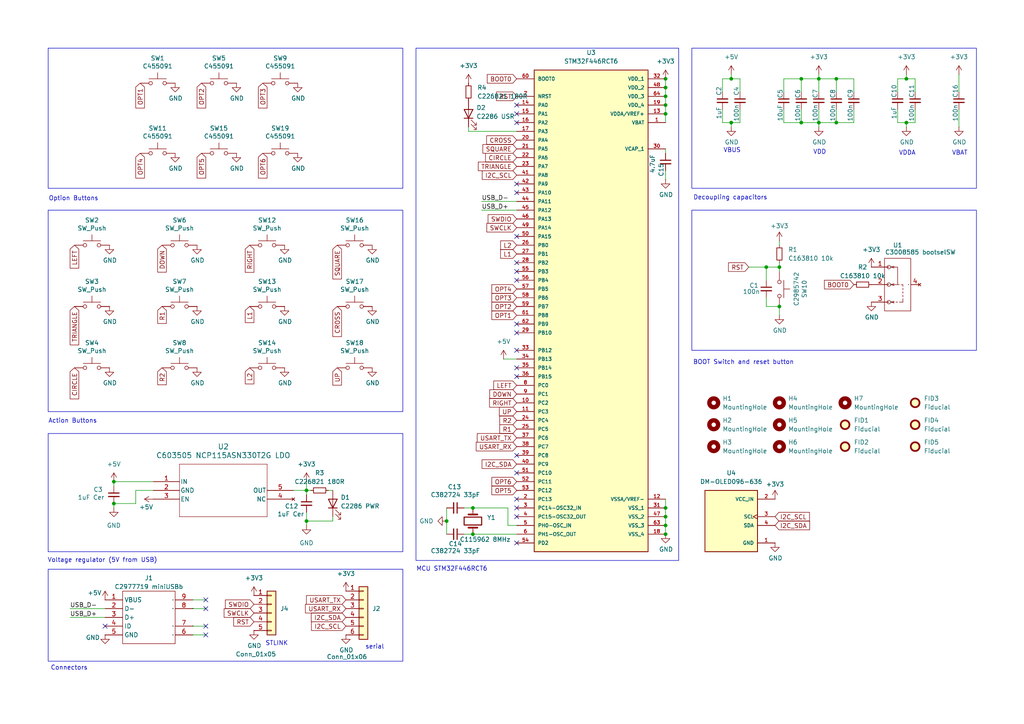
<source format=kicad_sch>
(kicad_sch (version 20231120) (generator "eeschema") (generator_version "8.0")
  (paper "A4")
  (junction (at 193.04 147.32))
  (junction (at 193.04 25.4))
  (junction (at 33.02 146.05))
  (junction (at 262.89 35.56))
  (junction (at 232.41 22.86))
  (junction (at 212.09 35.56))
  (junction (at 193.04 27.94))
  (junction (at 237.49 35.56))
  (junction (at 226.06 77.47))
  (junction (at 193.04 33.02))
  (junction (at 193.04 22.86))
  (junction (at 193.04 30.48))
  (junction (at 226.06 88.9))
  (junction (at 193.04 149.86))
  (junction (at 88.9 142.24))
  (junction (at 33.02 139.7))
  (junction (at 137.16 154.94))
  (junction (at 88.9 151.13))
  (junction (at 212.09 22.86))
  (junction (at 262.89 22.86))
  (junction (at 232.41 35.56))
  (junction (at 237.49 22.86))
  (junction (at 222.25 77.47))
  (junction (at 193.04 154.94))
  (junction (at 242.57 35.56))
  (junction (at 193.04 152.4))
  (junction (at 137.16 147.32))
  (junction (at 242.57 22.86))
  (junction (at 129.54 151.13))
  (no_connect (at 149.86 144.78))
  (no_connect (at 149.86 109.22))
  (no_connect (at 59.69 176.53))
  (no_connect (at 149.86 33.02))
  (no_connect (at 149.86 53.34))
  (no_connect (at 149.86 68.58))
  (no_connect (at 149.86 78.74))
  (no_connect (at 149.86 147.32))
  (no_connect (at 59.69 173.99))
  (no_connect (at 149.86 76.2))
  (no_connect (at 149.86 93.98))
  (no_connect (at 59.69 184.15))
  (no_connect (at 149.86 157.48))
  (no_connect (at 149.86 30.48))
  (no_connect (at 149.86 81.28))
  (no_connect (at 149.86 101.6))
  (no_connect (at 149.86 137.16))
  (no_connect (at 149.86 149.86))
  (no_connect (at 149.86 35.56))
  (no_connect (at 59.69 181.61))
  (no_connect (at 30.48 181.61))
  (no_connect (at 149.86 96.52))
  (no_connect (at 149.86 106.68))
  (no_connect (at 149.86 55.88))
  (no_connect (at 149.86 132.08))
  (wire (pts (xy 237.49 22.86) (xy 237.49 26.67)))
  (wire (pts (xy 147.32 152.4) (xy 149.86 152.4)))
  (wire (pts (xy 209.55 22.86) (xy 209.55 26.67)))
  (wire (pts (xy 237.49 31.75) (xy 237.49 35.56)))
  (wire (pts (xy 227.33 31.75) (xy 227.33 35.56)))
  (wire (pts (xy 262.89 35.56) (xy 265.43 35.56)))
  (wire (pts (xy 247.65 22.86) (xy 247.65 26.67)))
  (wire (pts (xy 193.04 44.45) (xy 193.04 43.18)))
  (wire (pts (xy 135.89 36.83) (xy 135.89 38.1)))
  (wire (pts (xy 39.37 146.05) (xy 39.37 142.24)))
  (wire (pts (xy 265.43 22.86) (xy 265.43 26.67)))
  (wire (pts (xy 139.7 60.96) (xy 149.86 60.96)))
  (wire (pts (xy 33.02 146.05) (xy 39.37 146.05)))
  (wire (pts (xy 247.65 22.86) (xy 242.57 22.86)))
  (wire (pts (xy 146.05 104.14) (xy 149.86 104.14)))
  (wire (pts (xy 262.89 22.86) (xy 265.43 22.86)))
  (wire (pts (xy 212.09 22.86) (xy 209.55 22.86)))
  (wire (pts (xy 237.49 35.56) (xy 232.41 35.56)))
  (wire (pts (xy 193.04 27.94) (xy 193.04 30.48)))
  (wire (pts (xy 212.09 21.59) (xy 212.09 22.86)))
  (wire (pts (xy 226.06 69.85) (xy 226.06 71.12)))
  (wire (pts (xy 134.62 154.94) (xy 137.16 154.94)))
  (wire (pts (xy 227.33 22.86) (xy 232.41 22.86)))
  (wire (pts (xy 278.13 21.59) (xy 278.13 26.67)))
  (wire (pts (xy 139.7 58.42) (xy 149.86 58.42)))
  (wire (pts (xy 247.65 35.56) (xy 242.57 35.56)))
  (wire (pts (xy 226.06 76.2) (xy 226.06 77.47)))
  (wire (pts (xy 265.43 31.75) (xy 265.43 35.56)))
  (wire (pts (xy 193.04 149.86) (xy 193.04 152.4)))
  (wire (pts (xy 260.35 22.86) (xy 260.35 26.67)))
  (wire (pts (xy 33.02 139.7) (xy 44.45 139.7)))
  (wire (pts (xy 226.06 78.74) (xy 226.06 77.47)))
  (wire (pts (xy 193.04 33.02) (xy 193.04 35.56)))
  (wire (pts (xy 232.41 22.86) (xy 232.41 26.67)))
  (wire (pts (xy 193.04 25.4) (xy 193.04 27.94)))
  (wire (pts (xy 193.04 147.32) (xy 193.04 149.86)))
  (wire (pts (xy 237.49 36.83) (xy 237.49 35.56)))
  (wire (pts (xy 59.69 184.15) (xy 55.88 184.15)))
  (wire (pts (xy 96.52 149.86) (xy 96.52 151.13)))
  (wire (pts (xy 214.63 22.86) (xy 212.09 22.86)))
  (wire (pts (xy 227.33 35.56) (xy 232.41 35.56)))
  (wire (pts (xy 59.69 173.99) (xy 55.88 173.99)))
  (wire (pts (xy 96.52 151.13) (xy 88.9 151.13)))
  (wire (pts (xy 147.32 147.32) (xy 147.32 152.4)))
  (wire (pts (xy 33.02 139.7) (xy 33.02 140.97)))
  (wire (pts (xy 96.52 142.24) (xy 95.25 142.24)))
  (wire (pts (xy 59.69 176.53) (xy 55.88 176.53)))
  (wire (pts (xy 227.33 22.86) (xy 227.33 26.67)))
  (wire (pts (xy 260.35 22.86) (xy 262.89 22.86)))
  (wire (pts (xy 90.17 142.24) (xy 88.9 142.24)))
  (wire (pts (xy 214.63 26.67) (xy 214.63 22.86)))
  (wire (pts (xy 33.02 147.32) (xy 33.02 146.05)))
  (wire (pts (xy 222.25 88.9) (xy 226.06 88.9)))
  (wire (pts (xy 88.9 143.51) (xy 88.9 142.24)))
  (wire (pts (xy 247.65 31.75) (xy 247.65 35.56)))
  (wire (pts (xy 129.54 147.32) (xy 129.54 151.13)))
  (wire (pts (xy 193.04 49.53) (xy 193.04 52.07)))
  (wire (pts (xy 278.13 31.75) (xy 278.13 36.83)))
  (wire (pts (xy 193.04 152.4) (xy 193.04 154.94)))
  (wire (pts (xy 260.35 35.56) (xy 262.89 35.56)))
  (wire (pts (xy 232.41 31.75) (xy 232.41 35.56)))
  (wire (pts (xy 134.62 147.32) (xy 137.16 147.32)))
  (wire (pts (xy 193.04 30.48) (xy 193.04 33.02)))
  (wire (pts (xy 193.04 22.86) (xy 193.04 25.4)))
  (wire (pts (xy 242.57 31.75) (xy 242.57 35.56)))
  (wire (pts (xy 226.06 91.44) (xy 226.06 88.9)))
  (wire (pts (xy 217.17 77.47) (xy 222.25 77.47)))
  (wire (pts (xy 88.9 142.24) (xy 88.9 139.7)))
  (wire (pts (xy 242.57 35.56) (xy 237.49 35.56)))
  (wire (pts (xy 135.89 38.1) (xy 149.86 38.1)))
  (wire (pts (xy 88.9 151.13) (xy 88.9 152.4)))
  (wire (pts (xy 260.35 31.75) (xy 260.35 35.56)))
  (wire (pts (xy 129.54 151.13) (xy 129.54 154.94)))
  (wire (pts (xy 262.89 35.56) (xy 262.89 36.83)))
  (wire (pts (xy 242.57 22.86) (xy 242.57 26.67)))
  (wire (pts (xy 137.16 154.94) (xy 149.86 154.94)))
  (wire (pts (xy 209.55 31.75) (xy 209.55 35.56)))
  (wire (pts (xy 88.9 148.59) (xy 88.9 151.13)))
  (wire (pts (xy 193.04 144.78) (xy 193.04 147.32)))
  (wire (pts (xy 222.25 77.47) (xy 226.06 77.47)))
  (wire (pts (xy 237.49 22.86) (xy 242.57 22.86)))
  (wire (pts (xy 212.09 36.83) (xy 212.09 35.56)))
  (wire (pts (xy 237.49 22.86) (xy 232.41 22.86)))
  (wire (pts (xy 59.69 181.61) (xy 55.88 181.61)))
  (wire (pts (xy 262.89 21.59) (xy 262.89 22.86)))
  (wire (pts (xy 222.25 77.47) (xy 222.25 81.28)))
  (wire (pts (xy 39.37 142.24) (xy 44.45 142.24)))
  (wire (pts (xy 20.32 179.07) (xy 30.48 179.07)))
  (wire (pts (xy 222.25 88.9) (xy 222.25 86.36)))
  (wire (pts (xy 237.49 21.59) (xy 237.49 22.86)))
  (wire (pts (xy 20.32 176.53) (xy 30.48 176.53)))
  (wire (pts (xy 88.9 142.24) (xy 85.09 142.24)))
  (wire (pts (xy 209.55 35.56) (xy 212.09 35.56)))
  (wire (pts (xy 214.63 35.56) (xy 212.09 35.56)))
  (wire (pts (xy 137.16 147.32) (xy 147.32 147.32)))
  (wire (pts (xy 214.63 31.75) (xy 214.63 35.56)))
  (rectangle (start 200.66 13.97) (end 283.21 54.61))
  (rectangle (start 13.97 165.1) (end 116.84 191.77))
  (rectangle (start 13.97 125.73) (end 116.84 160.02))
  (rectangle (start 13.97 60.96) (end 116.84 119.38))
  (rectangle (start 13.97 13.97) (end 116.84 54.61))
  (rectangle (start 120.65 13.97) (end 196.85 162.56))
  (rectangle (start 200.66 60.96) (end 283.21 101.6))
  (text "Voltage regulator (5V from USB)" (at 29.718 162.56 0) (effects (font (size 1.27 1.27))))
  (text "MCU STM32F446RCT6\n" (at 131.064 165.1 0) (effects (font (size 1.27 1.27))))
  (text "serial" (at 108.712 187.706 0) (effects (font (size 1.27 1.27))))
  (text "BOOT Switch and reset button" (at 215.646 105.156 0) (effects (font (size 1.27 1.27))))
  (text "STLINK\n" (at 80.264 186.69 0) (effects (font (size 1.27 1.27))))
  (text "Connectors\n" (at 20.066 193.802 0) (effects (font (size 1.27 1.27))))
  (text "VBAT" (at 278.384 44.45 0) (effects (font (size 1.27 1.27))))
  (text "Decoupling capacitors" (at 211.836 57.404 0) (effects (font (size 1.27 1.27))))
  (text "Option Buttons\n" (at 21.336 57.658 0) (effects (font (size 1.27 1.27))))
  (text "VBUS" (at 212.344 43.688 0) (effects (font (size 1.27 1.27))))
  (text "VDD" (at 237.744 44.196 0) (effects (font (size 1.27 1.27))))
  (text "Action Buttons" (at 21.082 122.174 0) (effects (font (size 1.27 1.27))))
  (text "VDDA" (at 263.144 44.45 0) (effects (font (size 1.27 1.27))))
  (label "USB_D-" (at 139.7 58.42 0))
  (label "USB_D+" (at 20.32 179.07 0))
  (label "UC1" (at 55.88 173.99 0) (effects (font (size 0.0254 0.0254))))
  (label "UC3" (at 55.88 181.61 0) (effects (font (size 0.0254 0.0254))))
  (label "UC4" (at 55.88 184.15 0) (effects (font (size 0.0254 0.0254))))
  (label "USB_D-" (at 20.32 176.53 0))
  (label "USB_D+" (at 139.7 60.96 0))
  (label "UC2" (at 55.88 176.53 0) (effects (font (size 0.0254 0.0254))))
  (global_label "TRIANGLE" (shape input) (at 21.59 88.9 270) (property "Intersheetrefs" "${INTERSHEET_REFS}" (effects (hide yes))))
  (global_label "CROSS" (shape input) (at 97.79 88.9 270) (property "Intersheetrefs" "${INTERSHEET_REFS}" (effects (hide yes))))
  (global_label "I2C_SCL" (shape input) (at 224.79 149.86 0) (property "Intersheetrefs" "${INTERSHEET_REFS}" (effects (hide yes))))
  (global_label "I2C_SDA" (shape input) (at 224.79 152.4 0) (property "Intersheetrefs" "${INTERSHEET_REFS}" (effects (hide yes))))
  (global_label "USART_TX" (shape input) (at 100.33 173.99 180) (property "Intersheetrefs" "${INTERSHEET_REFS}" (effects (hide yes))))
  (global_label "R2" (shape input) (at 46.99 106.68 270) (property "Intersheetrefs" "${INTERSHEET_REFS}" (effects (hide yes))))
  (global_label "TRIANGLE" (shape input) (at 149.86 48.26 180) (property "Intersheetrefs" "${INTERSHEET_REFS}" (effects (hide yes))))
  (global_label "RST" (shape input) (at 217.17 77.47 180) (property "Intersheetrefs" "${INTERSHEET_REFS}" (effects (hide yes))))
  (global_label "OPT1" (shape input) (at 149.86 91.44 180) (property "Intersheetrefs" "${INTERSHEET_REFS}" (effects (hide yes))))
  (global_label "OPT6" (shape input) (at 149.86 139.7 180) (property "Intersheetrefs" "${INTERSHEET_REFS}" (effects (hide yes))))
  (global_label "L2" (shape input) (at 72.39 106.68 270) (property "Intersheetrefs" "${INTERSHEET_REFS}" (effects (hide yes))))
  (global_label "BOOT0" (shape input) (at 247.65 82.55 180) (property "Intersheetrefs" "${INTERSHEET_REFS}" (effects (hide yes))))
  (global_label "R1" (shape input) (at 46.99 88.9 270) (property "Intersheetrefs" "${INTERSHEET_REFS}" (effects (hide yes))))
  (global_label "RST" (shape input) (at 149.86 27.94 180) (property "Intersheetrefs" "${INTERSHEET_REFS}" (effects (hide yes))))
  (global_label "RIGHT" (shape input) (at 72.39 71.12 270) (property "Intersheetrefs" "${INTERSHEET_REFS}" (effects (hide yes))))
  (global_label "SQUARE" (shape input) (at 97.79 71.12 270) (property "Intersheetrefs" "${INTERSHEET_REFS}" (effects (hide yes))))
  (global_label "OPT6" (shape input) (at 76.2 44.45 270) (property "Intersheetrefs" "${INTERSHEET_REFS}" (effects (hide yes))))
  (global_label "SQUARE" (shape input) (at 149.86 43.18 180) (property "Intersheetrefs" "${INTERSHEET_REFS}" (effects (hide yes))))
  (global_label "OPT2" (shape input) (at 58.42 24.13 270) (property "Intersheetrefs" "${INTERSHEET_REFS}" (effects (hide yes))))
  (global_label "UP" (shape input) (at 97.79 106.68 270) (property "Intersheetrefs" "${INTERSHEET_REFS}" (effects (hide yes))))
  (global_label "SWDIO" (shape input) (at 73.66 175.26 180) (property "Intersheetrefs" "${INTERSHEET_REFS}" (effects (hide yes))))
  (global_label "RIGHT" (shape input) (at 149.86 116.84 180) (property "Intersheetrefs" "${INTERSHEET_REFS}" (effects (hide yes))))
  (global_label "USART_RX" (shape input) (at 100.33 176.53 180) (property "Intersheetrefs" "${INTERSHEET_REFS}" (effects (hide yes))))
  (global_label "R1" (shape input) (at 149.86 124.46 180) (property "Intersheetrefs" "${INTERSHEET_REFS}" (effects (hide yes))))
  (global_label "OPT3" (shape input) (at 149.86 86.36 180) (property "Intersheetrefs" "${INTERSHEET_REFS}" (effects (hide yes))))
  (global_label "CIRCLE" (shape input) (at 149.86 45.72 180) (property "Intersheetrefs" "${INTERSHEET_REFS}" (effects (hide yes))))
  (global_label "USART_TX" (shape input) (at 149.86 127 180) (property "Intersheetrefs" "${INTERSHEET_REFS}" (effects (hide yes))))
  (global_label "L2" (shape input) (at 149.86 71.12 180) (property "Intersheetrefs" "${INTERSHEET_REFS}" (effects (hide yes))))
  (global_label "USART_RX" (shape input) (at 149.86 129.54 180) (property "Intersheetrefs" "${INTERSHEET_REFS}" (effects (hide yes))))
  (global_label "CROSS" (shape input) (at 149.86 40.64 180) (property "Intersheetrefs" "${INTERSHEET_REFS}" (effects (hide yes))))
  (global_label "OPT4" (shape input) (at 149.86 83.82 180) (property "Intersheetrefs" "${INTERSHEET_REFS}" (effects (hide yes))))
  (global_label "DOWN" (shape input) (at 46.99 71.12 270) (property "Intersheetrefs" "${INTERSHEET_REFS}" (effects (hide yes))))
  (global_label "I2C_SDA" (shape input) (at 100.33 179.07 180) (property "Intersheetrefs" "${INTERSHEET_REFS}" (effects (hide yes))))
  (global_label "OPT5" (shape input) (at 149.86 142.24 180) (property "Intersheetrefs" "${INTERSHEET_REFS}" (effects (hide yes))))
  (global_label "LEFT" (shape input) (at 149.86 111.76 180) (property "Intersheetrefs" "${INTERSHEET_REFS}" (effects (hide yes))))
  (global_label "DOWN" (shape input) (at 149.86 114.3 180) (property "Intersheetrefs" "${INTERSHEET_REFS}" (effects (hide yes))))
  (global_label "I2C_SCL" (shape input) (at 149.86 50.8 180) (property "Intersheetrefs" "${INTERSHEET_REFS}" (effects (hide yes))))
  (global_label "SWCLK" (shape input) (at 73.66 177.8 180) (property "Intersheetrefs" "${INTERSHEET_REFS}" (effects (hide yes))))
  (global_label "R2" (shape input) (at 149.86 121.92 180) (property "Intersheetrefs" "${INTERSHEET_REFS}" (effects (hide yes))))
  (global_label "SWDIO" (shape input) (at 149.86 63.5 180) (property "Intersheetrefs" "${INTERSHEET_REFS}" (effects (hide yes))))
  (global_label "LEFT" (shape input) (at 21.59 71.12 270) (property "Intersheetrefs" "${INTERSHEET_REFS}" (effects (hide yes))))
  (global_label "UP" (shape input) (at 149.86 119.38 180) (property "Intersheetrefs" "${INTERSHEET_REFS}" (effects (hide yes))))
  (global_label "SWCLK" (shape input) (at 149.86 66.04 180) (property "Intersheetrefs" "${INTERSHEET_REFS}" (effects (hide yes))))
  (global_label "OPT4" (shape input) (at 40.64 44.45 270) (property "Intersheetrefs" "${INTERSHEET_REFS}" (effects (hide yes))))
  (global_label "OPT5" (shape input) (at 58.42 44.45 270) (property "Intersheetrefs" "${INTERSHEET_REFS}" (effects (hide yes))))
  (global_label "L1" (shape input) (at 72.39 88.9 270) (property "Intersheetrefs" "${INTERSHEET_REFS}" (effects (hide yes))))
  (global_label "RST" (shape input) (at 73.66 180.34 180) (property "Intersheetrefs" "${INTERSHEET_REFS}" (effects (hide yes))))
  (global_label "CIRCLE" (shape input) (at 21.59 106.68 270) (property "Intersheetrefs" "${INTERSHEET_REFS}" (effects (hide yes))))
  (global_label "OPT1" (shape input) (at 40.64 24.13 270) (property "Intersheetrefs" "${INTERSHEET_REFS}" (effects (hide yes))))
  (global_label "I2C_SCL" (shape input) (at 100.33 181.61 180) (property "Intersheetrefs" "${INTERSHEET_REFS}" (effects (hide yes))))
  (global_label "OPT2" (shape input) (at 149.86 88.9 180) (property "Intersheetrefs" "${INTERSHEET_REFS}" (effects (hide yes))))
  (global_label "OPT3" (shape input) (at 76.2 24.13 270) (property "Intersheetrefs" "${INTERSHEET_REFS}" (effects (hide yes))))
  (global_label "BOOT0" (shape input) (at 149.86 22.86 180) (property "Intersheetrefs" "${INTERSHEET_REFS}" (effects (hide yes))))
  (global_label "I2C_SDA" (shape input) (at 149.86 134.62 180) (property "Intersheetrefs" "${INTERSHEET_REFS}" (effects (hide yes))))
  (global_label "L1" (shape input) (at 149.86 73.66 180) (property "Intersheetrefs" "${INTERSHEET_REFS}" (effects (hide yes))))
  (symbol (lib_id "Switch:SW_Push") (at 45.72 24.13 0) (unit 1)
    (property "Reference" "SW1" (at 45.72 16.891 0))
    (property "Value" "C455091" (at 45.72 19.2024 0))
    (property "Footprint" "Button_Switch_THT:SW_PUSH_6mm_H5mm" (effects (hide yes)))
  )
  (symbol (lib_id "Switch:SW_Push") (at 63.5 24.13 0) (unit 1)
    (property "Reference" "SW5" (at 63.5 16.891 0))
    (property "Value" "C455091" (at 63.5 19.2024 0))
    (property "Footprint" "Button_Switch_THT:SW_PUSH_6mm_H5mm" (effects (hide yes)))
  )
  (symbol (lib_id "Switch:SW_Push") (at 81.28 24.13 0) (unit 1)
    (property "Reference" "SW9" (at 81.28 16.891 0))
    (property "Value" "C455091" (at 81.28 19.2024 0))
    (property "Footprint" "Button_Switch_THT:SW_PUSH_6mm_H5mm" (effects (hide yes)))
  )
  (symbol (lib_id "Switch:SW_Push") (at 45.72 44.45 0) (unit 1)
    (property "Reference" "SW11" (at 45.72 37.211 0))
    (property "Value" "C455091" (at 45.72 39.5224 0))
    (property "Footprint" "Button_Switch_THT:SW_PUSH_6mm_H5mm" (effects (hide yes)))
  )
  (symbol (lib_id "Switch:SW_Push") (at 63.5 44.45 0) (unit 1)
    (property "Reference" "SW15" (at 63.5 37.211 0))
    (property "Value" "C455091" (at 63.5 39.5224 0))
    (property "Footprint" "Button_Switch_THT:SW_PUSH_6mm_H5mm" (effects (hide yes)))
  )
  (symbol (lib_id "Switch:SW_Push") (at 81.28 44.45 0) (unit 1)
    (property "Reference" "SW19" (at 81.28 37.211 0))
    (property "Value" "C455091" (at 81.28 39.5224 0))
    (property "Footprint" "Button_Switch_THT:SW_PUSH_6mm_H5mm" (effects (hide yes)))
  )
  (symbol (lib_id "power:GND") (at 50.8 24.13 0) (unit 1)
    (property "Reference" "#PWR01" (effects (hide yes)))
    (property "Value" "GND" (at 50.927 28.5242 0))
    (property "Description" "Power symbol creates a global label with name \"GND\" , ground" (effects (hide yes)))
  )
  (symbol (lib_id "power:GND") (at 68.58 24.13 0) (unit 1)
    (property "Reference" "#PWR05" (effects (hide yes)))
    (property "Value" "GND" (at 68.707 28.5242 0))
    (property "Description" "Power symbol creates a global label with name \"GND\" , ground" (effects (hide yes)))
  )
  (symbol (lib_id "power:GND") (at 86.36 24.13 0) (unit 1)
    (property "Reference" "#PWR011" (effects (hide yes)))
    (property "Value" "GND" (at 86.487 28.5242 0))
    (property "Description" "Power symbol creates a global label with name \"GND\" , ground" (effects (hide yes)))
  )
  (symbol (lib_id "power:GND") (at 50.8 44.45 0) (unit 1)
    (property "Reference" "#PWR012" (effects (hide yes)))
    (property "Value" "GND" (at 50.927 48.8442 0))
    (property "Description" "Power symbol creates a global label with name \"GND\" , ground" (effects (hide yes)))
  )
  (symbol (lib_id "power:GND") (at 68.58 44.45 0) (unit 1)
    (property "Reference" "#PWR016" (effects (hide yes)))
    (property "Value" "GND" (at 68.707 48.8442 0))
    (property "Description" "Power symbol creates a global label with name \"GND\" , ground" (effects (hide yes)))
  )
  (symbol (lib_id "power:GND") (at 86.36 44.45 0) (unit 1)
    (property "Reference" "#PWR022" (effects (hide yes)))
    (property "Value" "GND" (at 86.487 48.8442 0))
    (property "Description" "Power symbol creates a global label with name \"GND\" , ground" (effects (hide yes)))
  )
  (symbol (lib_id "Switch:SW_Push") (at 26.67 71.12 0) (unit 1)
    (property "Reference" "SW2" (at 26.67 63.881 0))
    (property "Value" "SW_Push" (at 26.67 66.1924 0))
    (property "Footprint" "Kailh:Kailh_socket_PG1350_optional" (effects (hide yes)))
  )
  (symbol (lib_id "Switch:SW_Push") (at 102.87 106.68 0) (unit 1)
    (property "Reference" "SW18" (at 102.87 99.441 0))
    (property "Value" "SW_Push" (at 102.87 101.7524 0))
    (property "Footprint" "Kailh:Kailh_socket_PG1350_optional" (effects (hide yes)))
  )
  (symbol (lib_id "Switch:SW_Push") (at 52.07 88.9 0) (unit 1)
    (property "Reference" "SW7" (at 52.07 81.661 0))
    (property "Value" "SW_Push" (at 52.07 83.9724 0))
    (property "Footprint" "Kailh:Kailh_socket_PG1350_optional" (effects (hide yes)))
  )
  (symbol (lib_id "Switch:SW_Push") (at 26.67 106.68 0) (unit 1)
    (property "Reference" "SW4" (at 26.67 99.441 0))
    (property "Value" "SW_Push" (at 26.67 101.7524 0))
    (property "Footprint" "Kailh:Kailh_socket_PG1350_optional" (effects (hide yes)))
  )
  (symbol (lib_id "Switch:SW_Push") (at 52.07 71.12 0) (unit 1)
    (property "Reference" "SW6" (at 52.07 63.881 0))
    (property "Value" "SW_Push" (at 52.07 66.1924 0))
    (property "Footprint" "Kailh:Kailh_socket_PG1350_optional" (effects (hide yes)))
  )
  (symbol (lib_id "Switch:SW_Push") (at 102.87 71.12 0) (unit 1)
    (property "Reference" "SW16" (at 102.87 63.881 0))
    (property "Value" "SW_Push" (at 102.87 66.1924 0))
    (property "Footprint" "Kailh:Kailh_socket_PG1350_optional" (effects (hide yes)))
  )
  (symbol (lib_id "Switch:SW_Push") (at 77.47 88.9 0) (unit 1)
    (property "Reference" "SW13" (at 77.47 81.661 0))
    (property "Value" "SW_Push" (at 77.47 83.9724 0))
    (property "Footprint" "Kailh:Kailh_socket_PG1350_optional" (effects (hide yes)))
  )
  (symbol (lib_id "Switch:SW_Push") (at 52.07 106.68 0) (unit 1)
    (property "Reference" "SW8" (at 52.07 99.441 0))
    (property "Value" "SW_Push" (at 52.07 101.7524 0))
    (property "Footprint" "Kailh:Kailh_socket_PG1350_optional" (effects (hide yes)))
  )
  (symbol (lib_id "Switch:SW_Push") (at 77.47 71.12 0) (unit 1)
    (property "Reference" "SW12" (at 77.47 63.881 0))
    (property "Value" "SW_Push" (at 77.47 66.1924 0))
    (property "Footprint" "Kailh:Kailh_socket_PG1350_optional" (effects (hide yes)))
  )
  (symbol (lib_id "Switch:SW_Push") (at 26.67 88.9 0) (unit 1)
    (property "Reference" "SW3" (at 26.67 81.661 0))
    (property "Value" "SW_Push" (at 26.67 83.9724 0))
    (property "Footprint" "Kailh:Kailh_socket_PG1350_optional" (effects (hide yes)))
  )
  (symbol (lib_id "Switch:SW_Push") (at 102.87 88.9 0) (unit 1)
    (property "Reference" "SW17" (at 102.87 81.661 0))
    (property "Value" "SW_Push" (at 102.87 83.9724 0))
    (property "Footprint" "Kailh:Kailh_socket_PG1350_optional" (effects (hide yes)))
  )
  (symbol (lib_id "Switch:SW_Push") (at 77.47 106.68 0) (unit 1)
    (property "Reference" "SW14" (at 77.47 99.441 0))
    (property "Value" "SW_Push" (at 77.47 101.7524 0))
    (property "Footprint" "Kailh:Kailh_socket_PG1350_optional" (effects (hide yes)))
  )
  (symbol (lib_id "power:GND") (at 31.75 71.12 0) (unit 1)
    (property "Reference" "#PWR02" (effects (hide yes)))
    (property "Value" "GND" (at 31.877 75.5142 0))
    (property "Description" "Power symbol creates a global label with name \"GND\" , ground" (effects (hide yes)))
  )
  (symbol (lib_id "power:GND") (at 107.95 106.68 0) (unit 1)
    (property "Reference" "#PWR021" (effects (hide yes)))
    (property "Value" "GND" (at 108.077 111.0742 0))
    (property "Description" "Power symbol creates a global label with name \"GND\" , ground" (effects (hide yes)))
  )
  (symbol (lib_id "power:GND") (at 57.15 88.9 0) (unit 1)
    (property "Reference" "#PWR07" (effects (hide yes)))
    (property "Value" "GND" (at 57.277 93.2942 0))
    (property "Description" "Power symbol creates a global label with name \"GND\" , ground" (effects (hide yes)))
  )
  (symbol (lib_id "power:GND") (at 31.75 106.68 0) (unit 1)
    (property "Reference" "#PWR04" (effects (hide yes)))
    (property "Value" "GND" (at 31.877 111.0742 0))
    (property "Description" "Power symbol creates a global label with name \"GND\" , ground" (effects (hide yes)))
  )
  (symbol (lib_id "power:GND") (at 57.15 71.12 0) (unit 1)
    (property "Reference" "#PWR06" (effects (hide yes)))
    (property "Value" "GND" (at 57.277 75.5142 0))
    (property "Description" "Power symbol creates a global label with name \"GND\" , ground" (effects (hide yes)))
  )
  (symbol (lib_id "power:GND") (at 107.95 71.12 0) (unit 1)
    (property "Reference" "#PWR019" (effects (hide yes)))
    (property "Value" "GND" (at 108.077 75.5142 0))
    (property "Description" "Power symbol creates a global label with name \"GND\" , ground" (effects (hide yes)))
  )
  (symbol (lib_id "power:GND") (at 82.55 88.9 0) (unit 1)
    (property "Reference" "#PWR014" (effects (hide yes)))
    (property "Value" "GND" (at 82.677 93.2942 0))
    (property "Description" "Power symbol creates a global label with name \"GND\" , ground" (effects (hide yes)))
  )
  (symbol (lib_id "power:GND") (at 57.15 106.68 0) (unit 1)
    (property "Reference" "#PWR08" (effects (hide yes)))
    (property "Value" "GND" (at 57.277 111.0742 0))
    (property "Description" "Power symbol creates a global label with name \"GND\" , ground" (effects (hide yes)))
  )
  (symbol (lib_id "power:GND") (at 82.55 106.68 0) (unit 1)
    (property "Reference" "#PWR015" (effects (hide yes)))
    (property "Value" "GND" (at 82.677 111.0742 0))
    (property "Description" "Power symbol creates a global label with name \"GND\" , ground" (effects (hide yes)))
  )
  (symbol (lib_id "power:GND") (at 107.95 88.9 0) (unit 1)
    (property "Reference" "#PWR020" (effects (hide yes)))
    (property "Value" "GND" (at 108.077 93.2942 0))
    (property "Description" "Power symbol creates a global label with name \"GND\" , ground" (effects (hide yes)))
  )
  (symbol (lib_id "power:GND") (at 31.75 88.9 0) (unit 1)
    (property "Reference" "#PWR03" (effects (hide yes)))
    (property "Value" "GND" (at 31.877 93.2942 0))
    (property "Description" "Power symbol creates a global label with name \"GND\" , ground" (effects (hide yes)))
  )
  (symbol (lib_id "power:GND") (at 82.55 71.12 0) (unit 1)
    (property "Reference" "#PWR013" (effects (hide yes)))
    (property "Value" "GND" (at 82.677 75.5142 0))
    (property "Description" "Power symbol creates a global label with name \"GND\" , ground" (effects (hide yes)))
  )
  (symbol (lib_id "power:GND") (at 193.04 154.94 0) (unit 1)
    (property "Reference" "#PWR042" (effects (hide yes)))
    (property "Value" "GND" (at 193.167 159.3342 0))
    (property "Description" "Power symbol creates a global label with name \"GND\" , ground" (effects (hide yes)))
  )
  (symbol (lib_id "Device:LED") (at 135.89 33.02 90) (unit 1)
    (property "Reference" "D2" (at 138.176 31.242 90) (effects (justify right)))
    (property "Value" "C2286 USR" (at 138.176 33.782 90) (effects (justify right)))
    (property "Footprint" "LED_SMD:LED_0603_1608Metric" (effects (hide yes)))
    (property "Description" "Light emitting diode" (effects (hide yes)))
  )
  (symbol (lib_id "power:+3V3") (at 262.89 21.59 0) (unit 1)
    (property "Reference" "#PWR034" (effects (hide yes)))
    (property "Value" "+3V3" (at 262.89 16.51 0))
    (property "Description" "Power symbol creates a global label with name \"+3V3\"" (effects (hide yes)))
  )
  (symbol (lib_id "Device:C_Small") (at 209.55 29.21 0) (unit 1)
    (property "Reference" "C2" (at 208.534 26.416 90))
    (property "Value" "1uF" (at 208.534 32.766 90))
    (property "Footprint" "Capacitor_SMD:C_0603_1608Metric" (effects (hide yes)))
    (property "Description" "Unpolarized capacitor, small symbol" (effects (hide yes)))
  )
  (symbol (lib_id "power:+5V") (at 33.02 139.7 0) (unit 1)
    (property "Reference" "#PWR025" (effects (hide yes)))
    (property "Value" "+5V" (at 33.02 134.62 0))
    (property "Description" "Power symbol creates a global label with name \"+5V\"" (effects (hide yes)))
  )
  (symbol (lib_id "Device:C_Small") (at 242.57 29.21 0) (unit 1)
    (property "Reference" "C8" (at 241.554 27.178 90))
    (property "Value" "100n" (at 241.554 32.766 90))
    (property "Footprint" "Capacitor_SMD:C_0402_1005Metric" (effects (hide yes)))
    (property "Description" "Unpolarized capacitor, small symbol" (effects (hide yes)))
  )
  (symbol (lib_id "power:+3V3") (at 237.49 21.59 0) (unit 1)
    (property "Reference" "#PWR030" (effects (hide yes)))
    (property "Value" "+3V3" (at 237.49 16.51 0))
    (property "Description" "Power symbol creates a global label with name \"+3V3\"" (effects (hide yes)))
  )
  (symbol (lib_id "Device:Crystal") (at 137.16 151.13 270) (mirror x) (unit 1)
    (property "Reference" "Y1" (at 143.764 150.114 90) (effects (justify right)))
    (property "Value" " C115962 8MHz" (at 148.082 156.464 90) (effects (justify right)))
    (property "Footprint" "Crystal:Crystal_SMD_5032-2Pin_5.0x3.2mm" (effects (hide yes)))
    (property "Description" "Two pin crystal" (effects (hide yes)))
  )
  (symbol (lib_id "power:GND") (at 252.73 87.63 0) (unit 1)
    (property "Reference" "#PWR018" (effects (hide yes)))
    (property "Value" "GND" (at 252.857 92.0242 0))
    (property "Description" "Power symbol creates a global label with name \"GND\" , ground" (effects (hide yes)))
  )
  (symbol (lib_id "Device:C_Small") (at 33.02 143.51 0) (unit 1)
    (property "Reference" "C3" (at 28.448 141.986 0))
    (property "Value" "1uF Cer" (at 26.416 144.272 0))
    (property "Footprint" "Capacitor_SMD:C_0603_1608Metric" (effects (hide yes)))
    (property "Description" "Unpolarized capacitor, small symbol" (effects (hide yes)))
  )
  (symbol (lib_id "power:+3V3") (at 224.79 144.78 0) (unit 1)
    (property "Reference" "#PWR046" (effects (hide yes)))
    (property "Value" "+3V3" (at 224.79 140.462 0))
    (property "Description" "Power symbol creates a global label with name \"+3V3\"" (effects (hide yes)))
  )
  (symbol (lib_id "Device:R_Small") (at 250.19 82.55 90) (unit 1)
    (property "Reference" "R2" (at 250.19 77.47 90))
    (property "Value" "C163810 10k" (at 250.19 80.01 90))
    (property "Footprint" "Resistor_SMD:R_0402_1005Metric" (effects (hide yes)))
    (property "Description" "Resistor, small symbol" (effects (hide yes)))
  )
  (symbol (lib_id "Device:LED") (at 96.52 146.05 90) (unit 1)
    (property "Reference" "D1" (at 98.806 144.272 90) (effects (justify right)))
    (property "Value" "C2286 PWR" (at 98.806 146.812 90) (effects (justify right)))
    (property "Footprint" "LED_SMD:LED_0603_1608Metric" (effects (hide yes)))
    (property "Description" "Light emitting diode" (effects (hide yes)))
  )
  (symbol (lib_id "power:GND") (at 193.04 52.07 0) (unit 1)
    (property "Reference" "#PWR041" (effects (hide yes)))
    (property "Value" "GND" (at 193.167 56.4642 0))
    (property "Description" "Power symbol creates a global label with name \"GND\" , ground" (effects (hide yes)))
  )
  (symbol (lib_id "Mechanical:MountingHole") (at 207.01 129.54 0) (unit 1) (in_bom no)
    (property "Reference" "H3" (at 209.55 128.2699 0) (effects (justify left)))
    (property "Value" "MountingHole" (at 209.55 130.8099 0) (effects (justify left)))
    (property "Footprint" "MountingHole:MountingHole_6.3mm" (effects (hide yes)))
  )
  (symbol (lib_id "Device:C_Small") (at 232.41 29.21 0) (unit 1)
    (property "Reference" "C6" (at 231.394 27.178 90))
    (property "Value" "100n" (at 231.394 32.766 90))
    (property "Footprint" "Capacitor_SMD:C_0402_1005Metric" (effects (hide yes)))
    (property "Description" "Unpolarized capacitor, small symbol" (effects (hide yes)))
  )
  (symbol (lib_id "power:GND") (at 73.66 182.88 0) (unit 1)
    (property "Reference" "#PWR048" (effects (hide yes)))
    (property "Value" "GND" (at 73.787 187.2742 0))
    (property "Description" "Power symbol creates a global label with name \"GND\" , ground" (effects (hide yes)))
  )
  (symbol (lib_id "Device:C_Small") (at 88.9 146.05 0) (unit 1)
    (property "Reference" "C12" (at 84.582 146.812 0))
    (property "Value" "1uF Cer" (at 84.328 149.098 0))
    (property "Footprint" "Capacitor_SMD:C_0603_1608Metric" (effects (hide yes)))
    (property "Description" "Unpolarized capacitor, small symbol" (effects (hide yes)))
  )
  (symbol (lib_id "Mechanical:Fiducial") (at 265.43 129.54 0) (unit 1) (exclude_from_sim yes) (in_bom no)
    (property "Reference" "FID5" (at 267.97 128.2699 0) (effects (justify left)))
    (property "Value" "Fiducial" (at 267.97 130.8099 0) (effects (justify left)))
    (property "Footprint" "Fiducial:Fiducial_0.5mm_Mask1mm" (effects (hide yes)))
    (property "Description" "Fiducial Marker" (effects (hide yes)))
  )
  (symbol (lib_id "Device:C_Small") (at 278.13 29.21 0) (unit 1)
    (property "Reference" "C16" (at 277.114 26.416 90))
    (property "Value" "100n" (at 277.114 32.766 90))
    (property "Footprint" "Capacitor_SMD:C_0402_1005Metric" (effects (hide yes)))
    (property "Description" "Unpolarized capacitor, small symbol" (effects (hide yes)))
  )
  (symbol (lib_id "Device:C_Small") (at 265.43 29.21 0) (unit 1)
    (property "Reference" "C11" (at 264.414 26.416 90))
    (property "Value" "100n" (at 264.414 32.766 90))
    (property "Footprint" "Capacitor_SMD:C_0402_1005Metric" (effects (hide yes)))
    (property "Description" "Unpolarized capacitor, small symbol" (effects (hide yes)))
  )
  (symbol (lib_name "SW_Push_1") (lib_id "Switch:SW_Push") (at 226.06 83.82 270) (unit 1)
    (property "Reference" "SW10" (at 233.299 83.82 0))
    (property "Value" "C2985742" (at 230.9876 83.82 0))
    (property "Footprint" "PE2:JLC_TactSW_Low-profile" (effects (hide yes)))
  )
  (symbol (lib_id "Mechanical:MountingHole") (at 207.01 116.84 0) (unit 1) (in_bom no)
    (property "Reference" "H1" (at 209.55 115.5699 0) (effects (justify left)))
    (property "Value" "MountingHole" (at 209.55 118.1099 0) (effects (justify left)))
    (property "Footprint" "MountingHole:MountingHole_6.3mm" (effects (hide yes)))
  )
  (symbol (lib_id "power:GND") (at 88.9 152.4 0) (mirror y) (unit 1)
    (property "Reference" "#PWR037" (effects (hide yes)))
    (property "Value" "GND" (at 88.9 157.48 0))
    (property "Description" "Power symbol creates a global label with name \"GND\" , ground" (effects (hide yes)))
  )
  (symbol (lib_id "Mechanical:Fiducial") (at 265.43 123.19 0) (unit 1) (exclude_from_sim yes) (in_bom no)
    (property "Reference" "FID4" (at 267.97 121.9199 0) (effects (justify left)))
    (property "Value" "Fiducial" (at 267.97 124.4599 0) (effects (justify left)))
    (property "Footprint" "Fiducial:Fiducial_0.5mm_Mask1mm" (effects (hide yes)))
    (property "Description" "Fiducial Marker" (effects (hide yes)))
  )
  (symbol (lib_id "DM-OLED096-636:DM-OLED096-636") (at 212.09 152.4 0) (unit 1)
    (property "Reference" "U4" (at 212.09 137.16 0))
    (property "Value" "DM-OLED096-636" (at 212.09 139.7 0))
    (property "Footprint" "PE2:MODULE_DM-OLED096-636" (effects (hide yes)))
    (property "MF" "Display Module" (effects (hide yes)))
    (property "MAXIMUM_PACKAGE_HEIGHT" "11.3 mm" (effects (hide yes)))
    (property "Package" "Package" (effects (hide yes)))
    (property "Price" "None" (effects (hide yes)))
    (property "Check_prices" "https://www.snapeda.com/parts/DM-OLED096-636/Display+Module/view-part/?ref=eda" (effects (hide yes)))
    (property "STANDARD" "Manufacturer Recommendations" (effects (hide yes)))
    (property "PARTREV" "2018-09-10" (effects (hide yes)))
    (property "SnapEDA_Link" "https://www.snapeda.com/parts/DM-OLED096-636/Display+Module/view-part/?ref=snap" (effects (hide yes)))
    (property "MP" "DM-OLED096-636" (effects (hide yes)))
    (property "Description_1" "\n0.96” 128 X 64 MONOCHROME GRAPHIC OLED DISPLAY MODULE - I2C\n" (effects (hide yes)))
    (property "Availability" "Not in stock" (effects (hide yes)))
    (property "MANUFACTURER" "Displaymodule" (effects (hide yes)))
  )
  (symbol (lib_id "power:+5V") (at 212.09 21.59 0) (unit 1)
    (property "Reference" "#PWR023" (effects (hide yes)))
    (property "Value" "+5V" (at 212.09 16.51 0))
    (property "Description" "Power symbol creates a global label with name \"+5V\"" (effects (hide yes)))
  )
  (symbol (lib_id "power:GND") (at 278.13 36.83 0) (unit 1)
    (property "Reference" "#PWR044" (effects (hide yes)))
    (property "Value" "GND" (at 278.257 41.2242 0))
    (property "Description" "Power symbol creates a global label with name \"GND\" , ground" (effects (hide yes)))
  )
  (symbol (lib_id "Device:C_Small") (at 260.35 29.21 0) (unit 1)
    (property "Reference" "C10" (at 259.334 26.416 90))
    (property "Value" "1uF" (at 259.334 32.766 90))
    (property "Footprint" "Capacitor_SMD:C_0603_1608Metric" (effects (hide yes)))
    (property "Description" "Unpolarized capacitor, small symbol" (effects (hide yes)))
  )
  (symbol (lib_id "power:+3V3") (at 278.13 21.59 0) (unit 1)
    (property "Reference" "#PWR043" (effects (hide yes)))
    (property "Value" "+3V3" (at 278.13 16.51 0))
    (property "Description" "Power symbol creates a global label with name \"+3V3\"" (effects (hide yes)))
  )
  (symbol (lib_id "Mechanical:MountingHole") (at 245.11 116.84 0) (unit 1) (in_bom no)
    (property "Reference" "H7" (at 247.65 115.5699 0) (effects (justify left)))
    (property "Value" "MountingHole" (at 247.65 118.1099 0) (effects (justify left)))
    (property "Footprint" "MountingHole:MountingHole_6.3mm" (effects (hide yes)))
  )
  (symbol (lib_id "2024-03-21_18-42-43:NCP115ASN330T2G") (at 44.45 139.7 0) (unit 1)
    (property "Reference" "U2" (at 64.77 129.54 0) (effects (font (size 1.524 1.524))))
    (property "Value" "C603505 NCP115ASN330T2G LDO" (at 64.77 132.08 0) (effects (font (size 1.524 1.524))))
    (property "Footprint" "PE2:SOT95P275X110-5N" (effects (hide yes)))
    (property "Datasheet" "NCP115ASN330T2G" (effects (hide yes)))
  )
  (symbol (lib_id "STM32F446RCT6:STM32F446RCT6") (at 172.72 86.36 0) (unit 1)
    (property "Reference" "U3" (at 171.45 15.24 0))
    (property "Value" "STM32F446RCT6" (at 171.45 17.78 0))
    (property "Footprint" "PE2:STM32F446RCT6" (effects (hide yes)))
    (property "MANUFACTURER" "ST Microelectronics" (effects (hide yes)))
  )
  (symbol (lib_id "power:+3V3") (at 73.66 172.72 0) (unit 1)
    (property "Reference" "#PWR049" (effects (hide yes)))
    (property "Value" "+3V3" (at 73.66 167.64 0))
    (property "Description" "Power symbol creates a global label with name \"+3V3\"" (effects (hide yes)))
  )
  (symbol (lib_id "Device:C_Small") (at 237.49 29.21 0) (unit 1)
    (property "Reference" "C7" (at 236.474 27.178 90))
    (property "Value" "100n" (at 236.474 32.766 90))
    (property "Footprint" "Capacitor_SMD:C_0402_1005Metric" (effects (hide yes)))
    (property "Description" "Unpolarized capacitor, small symbol" (effects (hide yes)))
  )
  (symbol (lib_id "power:GND") (at 129.54 151.13 270) (unit 1)
    (property "Reference" "#PWR038" (effects (hide yes)))
    (property "Value" "GND" (at 125.73 151.1299 90) (effects (justify right)))
    (property "Description" "Power symbol creates a global label with name \"GND\" , ground" (effects (hide yes)))
  )
  (symbol (lib_id "libUSBJLC:CZ-519") (at 43.18 179.07 0) (unit 1)
    (property "Reference" "J1" (at 43.18 167.64 0))
    (property "Value" "C2977719 miniUSBb" (at 43.18 170.18 0))
    (property "Footprint" "PE2:JLC_MINI-USB-SMD" (effects (hide yes)))
  )
  (symbol (lib_id "Mechanical:Fiducial") (at 245.11 129.54 0) (unit 1) (exclude_from_sim yes) (in_bom no)
    (property "Reference" "FID2" (at 247.65 128.2699 0) (effects (justify left)))
    (property "Value" "Fiducial" (at 247.65 130.8099 0) (effects (justify left)))
    (property "Footprint" "Fiducial:Fiducial_0.75mm_Mask2.25mm" (effects (hide yes)))
    (property "Description" "Fiducial Marker" (effects (hide yes)))
  )
  (symbol (lib_id "power:+3V3") (at 135.89 24.13 0) (unit 1)
    (property "Reference" "#PWR045" (effects (hide yes)))
    (property "Value" "+3V3" (at 135.89 19.05 0))
    (property "Description" "Power symbol creates a global label with name \"+3V3\"" (effects (hide yes)))
  )
  (symbol (lib_id "Connector_Generic:Conn_01x05") (at 78.74 177.8 0) (unit 1)
    (property "Reference" "J4" (at 81.28 176.5299 0) (effects (justify left)))
    (property "Value" "Conn_01x05" (at 68.326 189.738 0) (effects (justify left)))
    (property "Footprint" "Connector_PinHeader_2.54mm:PinHeader_1x05_P2.54mm_Horizontal" (effects (hide yes)))
    (property "Description" "Generic connector, single row, 01x05, script generated (kicad-library-utils/schlib/autogen/connector/)" (effects (hide yes)))
  )
  (symbol (lib_id "power:GND") (at 33.02 147.32 0) (unit 1)
    (property "Reference" "#PWR026" (effects (hide yes)))
    (property "Value" "GND" (at 33.02 152.4 0))
    (property "Description" "Power symbol creates a global label with name \"GND\" , ground" (effects (hide yes)))
  )
  (symbol (lib_id "power:GND") (at 237.49 36.83 0) (unit 1)
    (property "Reference" "#PWR031" (effects (hide yes)))
    (property "Value" "GND" (at 237.617 41.2242 0))
    (property "Description" "Power symbol creates a global label with name \"GND\" , ground" (effects (hide yes)))
  )
  (symbol (lib_id "power:+3V3") (at 100.33 171.45 0) (unit 1)
    (property "Reference" "#PWR032" (effects (hide yes)))
    (property "Value" "+3V3" (at 100.33 166.37 0))
    (property "Description" "Power symbol creates a global label with name \"+3V3\"" (effects (hide yes)))
  )
  (symbol (lib_id "ProLibrary_pcs_2024-04-02:MSS12C02LS-BB2.0") (at 259.08 82.55 270) (unit 1)
    (property "Reference" "U1" (at 260.35 71.12 90))
    (property "Value" "C3008585 bootselSW" (at 266.954 73.152 90))
    (property "Footprint" "PE2:JLC_SW-SMD" (effects (hide yes)))
  )
  (symbol (lib_id "Device:C_Small") (at 132.08 147.32 270) (unit 1)
    (property "Reference" "C13" (at 131.826 141.224 90))
    (property "Value" "C382724 33pF" (at 132.0736 143.51 90))
    (property "Footprint" "Capacitor_SMD:C_0402_1005Metric" (effects (hide yes)))
    (property "Description" "Unpolarized capacitor, small symbol" (effects (hide yes)))
  )
  (symbol (lib_id "Mechanical:Fiducial") (at 265.43 116.84 0) (unit 1) (exclude_from_sim yes) (in_bom no)
    (property "Reference" "FID3" (at 267.97 115.5699 0) (effects (justify left)))
    (property "Value" "Fiducial" (at 267.97 118.1099 0) (effects (justify left)))
    (property "Footprint" "Fiducial:Fiducial_0.75mm_Mask2.25mm" (effects (hide yes)))
    (property "Description" "Fiducial Marker" (effects (hide yes)))
  )
  (symbol (lib_id "power:+5V") (at 146.05 104.14 0) (unit 1)
    (property "Reference" "#PWR039" (effects (hide yes)))
    (property "Value" "+5V" (at 146.05 99.06 0))
    (property "Description" "Power symbol creates a global label with name \"+5V\"" (effects (hide yes)))
  )
  (symbol (lib_id "Mechanical:MountingHole") (at 226.06 116.84 0) (unit 1) (in_bom no)
    (property "Reference" "H4" (at 228.6 115.5699 0) (effects (justify left)))
    (property "Value" "MountingHole" (at 228.6 118.1099 0) (effects (justify left)))
    (property "Footprint" "MountingHole:MountingHole_6.3mm" (effects (hide yes)))
  )
  (symbol (lib_id "power:GND") (at 262.89 36.83 0) (unit 1)
    (property "Reference" "#PWR035" (effects (hide yes)))
    (property "Value" "GND" (at 263.017 41.2242 0))
    (property "Description" "Power symbol creates a global label with name \"GND\" , ground" (effects (hide yes)))
  )
  (symbol (lib_id "Device:C_Small") (at 222.25 83.82 0) (unit 1)
    (property "Reference" "C1" (at 218.694 82.804 0))
    (property "Value" "100n" (at 217.932 84.582 0))
    (property "Footprint" "Capacitor_SMD:C_0402_1005Metric" (effects (hide yes)))
    (property "Description" "Unpolarized capacitor, small symbol" (effects (hide yes)))
  )
  (symbol (lib_id "power:GND") (at 212.09 36.83 0) (unit 1)
    (property "Reference" "#PWR024" (effects (hide yes)))
    (property "Value" "GND" (at 212.217 41.2242 0))
    (property "Description" "Power symbol creates a global label with name \"GND\" , ground" (effects (hide yes)))
  )
  (symbol (lib_id "Device:C_Small") (at 214.63 29.21 0) (unit 1)
    (property "Reference" "C4" (at 213.614 26.416 90))
    (property "Value" "100n" (at 213.614 32.766 90))
    (property "Footprint" "Capacitor_SMD:C_0402_1005Metric" (effects (hide yes)))
    (property "Description" "Unpolarized capacitor, small symbol" (effects (hide yes)))
  )
  (symbol (lib_id "Mechanical:Fiducial") (at 245.11 123.19 0) (unit 1) (exclude_from_sim yes) (in_bom no)
    (property "Reference" "FID1" (at 247.65 121.9199 0) (effects (justify left)))
    (property "Value" "Fiducial" (at 247.65 124.4599 0) (effects (justify left)))
    (property "Footprint" "Fiducial:Fiducial_0.75mm_Mask2.25mm" (effects (hide yes)))
    (property "Description" "Fiducial Marker" (effects (hide yes)))
  )
  (symbol (lib_id "Device:C_Small") (at 132.08 154.94 270) (unit 1)
    (property "Reference" "C14" (at 132.08 157.734 90))
    (property "Value" "C382724 33pF" (at 132.08 159.766 90))
    (property "Footprint" "Capacitor_SMD:C_0402_1005Metric" (effects (hide yes)))
    (property "Description" "Unpolarized capacitor, small symbol" (effects (hide yes)))
  )
  (symbol (lib_id "Device:R_Small") (at 226.06 73.66 0) (unit 1)
    (property "Reference" "R1" (at 228.6 72.3899 0) (effects (justify left)))
    (property "Value" "C163810 10k" (at 228.6 74.9299 0) (effects (justify left)))
    (property "Footprint" "Resistor_SMD:R_0402_1005Metric" (effects (hide yes)))
    (property "Description" "Resistor, small symbol" (effects (hide yes)))
  )
  (symbol (lib_id "Device:R_Small") (at 135.89 26.67 180) (unit 1)
    (property "Reference" "R4" (at 138.43 25.3999 0) (effects (justify right)))
    (property "Value" "C226821 180R" (at 138.43 27.9399 0) (effects (justify right)))
    (property "Footprint" "Resistor_SMD:R_0402_1005Metric" (effects (hide yes)))
    (property "Description" "Resistor, small symbol" (effects (hide yes)))
  )
  (symbol (lib_id "power:+3V3") (at 252.73 77.47 0) (unit 1)
    (property "Reference" "#PWR017" (effects (hide yes)))
    (property "Value" "+3V3" (at 252.73 72.39 0))
    (property "Description" "Power symbol creates a global label with name \"+3V3\"" (effects (hide yes)))
  )
  (symbol (lib_id "power:+3V3") (at 226.06 69.85 0) (unit 1)
    (property "Reference" "#PWR09" (effects (hide yes)))
    (property "Value" "+3V3" (at 226.06 65.532 0))
    (property "Description" "Power symbol creates a global label with name \"+3V3\"" (effects (hide yes)))
  )
  (symbol (lib_id "Device:C_Small") (at 193.04 46.99 0) (unit 1)
    (property "Reference" "C15" (at 191.77 49.276 90))
    (property "Value" "4.7uF" (at 189.23 47.498 90))
    (property "Footprint" "Capacitor_SMD:C_0603_1608Metric" (effects (hide yes)))
    (property "Description" "Unpolarized capacitor, small symbol" (effects (hide yes)))
  )
  (symbol (lib_id "Mechanical:MountingHole") (at 226.06 123.19 0) (unit 1) (in_bom no)
    (property "Reference" "H5" (at 228.6 121.9199 0) (effects (justify left)))
    (property "Value" "MountingHole" (at 228.6 124.4599 0) (effects (justify left)))
    (property "Footprint" "MountingHole:MountingHole_6.3mm" (effects (hide yes)))
  )
  (symbol (lib_id "Connector_Generic:Conn_01x06") (at 105.41 176.53 0) (unit 1)
    (property "Reference" "J2" (at 107.95 176.5299 0) (effects (justify left)))
    (property "Value" "Conn_01x06" (at 94.742 190.5 0) (effects (justify left)))
    (property "Footprint" "Connector_PinHeader_2.54mm:PinHeader_1x06_P2.54mm_Horizontal" (effects (hide yes)))
    (property "Description" "Generic connector, single row, 01x06, script generated (kicad-library-utils/schlib/autogen/connector/)" (effects (hide yes)))
  )
  (symbol (lib_id "power:GND") (at 226.06 91.44 0) (unit 1)
    (property "Reference" "#PWR010" (effects (hide yes)))
    (property "Value" "GND" (at 226.187 95.8342 0))
    (property "Description" "Power symbol creates a global label with name \"GND\" , ground" (effects (hide yes)))
  )
  (symbol (lib_id "power:GND") (at 100.33 184.15 0) (unit 1)
    (property "Reference" "#PWR033" (effects (hide yes)))
    (property "Value" "GND" (at 100.457 188.5442 0))
    (property "Description" "Power symbol creates a global label with name \"GND\" , ground" (effects (hide yes)))
  )
  (symbol (lib_id "power:+5V") (at 30.48 173.99 0) (unit 1)
    (property "Reference" "#PWR028" (effects (hide yes)))
    (property "Value" "+5V" (at 27.432 171.958 0))
    (property "Description" "Power symbol creates a global label with name \"+5V\"" (effects (hide yes)))
  )
  (symbol (lib_id "Device:C_Small") (at 227.33 29.21 0) (unit 1)
    (property "Reference" "C5" (at 226.314 27.178 90))
    (property "Value" "10uF" (at 226.314 32.766 90))
    (property "Footprint" "Capacitor_SMD:C_0603_1608Metric" (effects (hide yes)))
    (property "Description" "Unpolarized capacitor, small symbol" (effects (hide yes)))
  )
  (symbol (lib_id "power:+5V") (at 44.45 144.78 90) (unit 1)
    (property "Reference" "#PWR027" (effects (hide yes)))
    (property "Value" "+5V" (at 44.45 147.066 90) (effects (justify left)))
    (property "Description" "Power symbol creates a global label with name \"+5V\"" (effects (hide yes)))
  )
  (symbol (lib_id "Device:R_Small") (at 92.71 142.24 90) (unit 1)
    (property "Reference" "R3" (at 92.71 137.16 90))
    (property "Value" "C226821 180R" (at 92.71 139.7 90))
    (property "Footprint" "Resistor_SMD:R_0402_1005Metric" (effects (hide yes)))
    (property "Description" "Resistor, small symbol" (effects (hide yes)))
  )
  (symbol (lib_id "Device:C_Small") (at 247.65 29.21 0) (unit 1)
    (property "Reference" "C9" (at 246.634 27.178 90))
    (property "Value" "100n" (at 246.634 32.766 90))
    (property "Footprint" "Capacitor_SMD:C_0402_1005Metric" (effects (hide yes)))
    (property "Description" "Unpolarized capacitor, small symbol" (effects (hide yes)))
  )
  (symbol (lib_id "Mechanical:MountingHole") (at 226.06 129.54 0) (unit 1) (in_bom no)
    (property "Reference" "H6" (at 228.6 128.2699 0) (effects (justify left)))
    (property "Value" "MountingHole" (at 228.6 130.8099 0) (effects (justify left)))
    (property "Footprint" "MountingHole:MountingHole_6.3mm" (effects (hide yes)))
  )
  (symbol (lib_id "power:+3V3") (at 88.9 139.7 0) (unit 1)
    (property "Reference" "#PWR036" (effects (hide yes)))
    (property "Value" "+3V3" (at 88.9 134.62 0))
    (property "Description" "Power symbol creates a global label with name \"+3V3\"" (effects (hide yes)))
  )
  (symbol (lib_id "Mechanical:MountingHole") (at 207.01 123.19 0) (unit 1) (in_bom no)
    (property "Reference" "H2" (at 209.55 121.9199 0) (effects (justify left)))
    (property "Value" "MountingHole" (at 209.55 124.4599 0) (effects (justify left)))
    (property "Footprint" "MountingHole:MountingHole_6.3mm" (effects (hide yes)))
  )
  (symbol (lib_id "power:+3V3") (at 193.04 22.86 0) (unit 1)
    (property "Reference" "#PWR040" (effects (hide yes)))
    (property "Value" "+3V3" (at 193.04 17.78 0))
    (property "Description" "Power symbol creates a global label with name \"+3V3\"" (effects (hide yes)))
  )
  (symbol (lib_id "power:GND") (at 30.48 184.15 0) (unit 1)
    (property "Reference" "#PWR029" (effects (hide yes)))
    (property "Value" "GND" (at 26.924 184.912 0))
    (property "Description" "Power symbol creates a global label with name \"GND\" , ground" (effects (hide yes)))
  )
  (symbol (lib_id "power:GND") (at 224.79 157.48 0) (unit 1)
    (property "Reference" "#PWR047" (effects (hide yes)))
    (property "Value" "GND" (at 224.917 161.8742 0))
    (property "Description" "Power symbol creates a global label with name \"GND\" , ground" (effects (hide yes)))
  )
)
</source>
